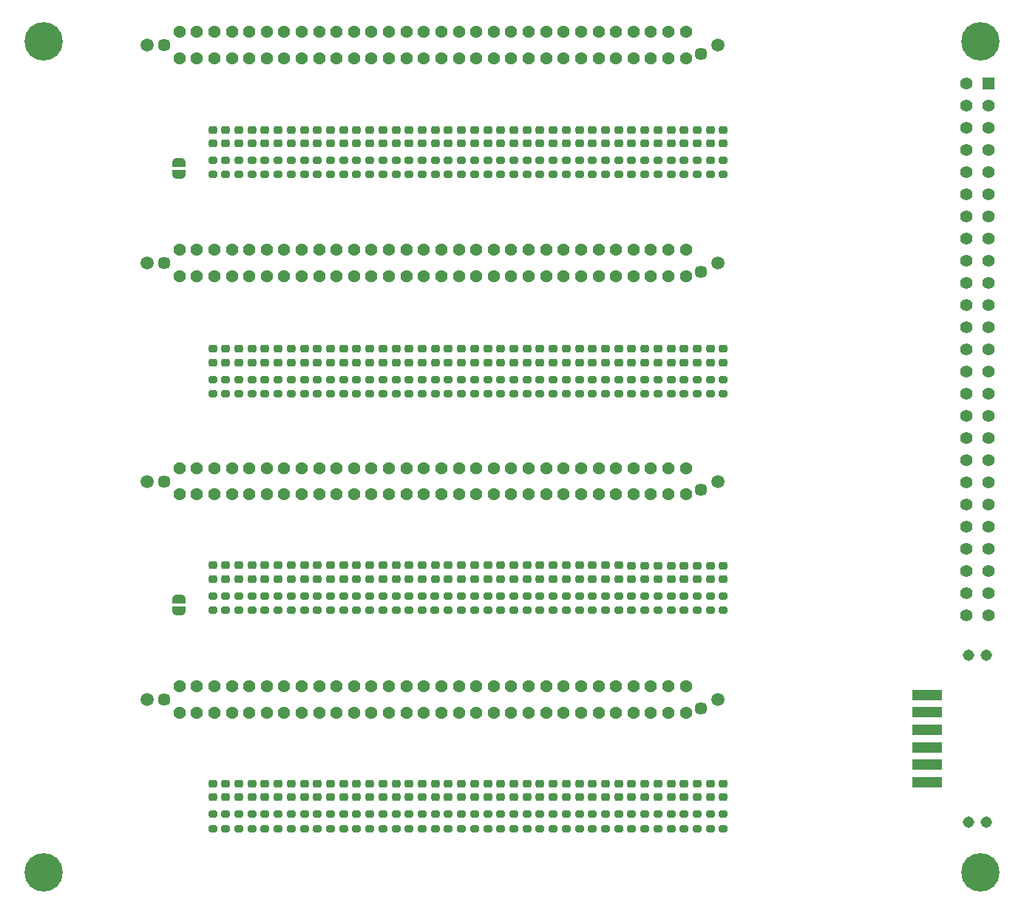
<source format=gbr>
%TF.GenerationSoftware,KiCad,Pcbnew,(6.0.5)*%
%TF.CreationDate,2022-06-09T13:10:52-04:00*%
%TF.ProjectId,32-STEPPER-DRIVER-BOARD,33322d53-5445-4505-9045-522d44524956,rev?*%
%TF.SameCoordinates,Original*%
%TF.FileFunction,Soldermask,Top*%
%TF.FilePolarity,Negative*%
%FSLAX46Y46*%
G04 Gerber Fmt 4.6, Leading zero omitted, Abs format (unit mm)*
G04 Created by KiCad (PCBNEW (6.0.5)) date 2022-06-09 13:10:52*
%MOMM*%
%LPD*%
G01*
G04 APERTURE LIST*
G04 Aperture macros list*
%AMRoundRect*
0 Rectangle with rounded corners*
0 $1 Rounding radius*
0 $2 $3 $4 $5 $6 $7 $8 $9 X,Y pos of 4 corners*
0 Add a 4 corners polygon primitive as box body*
4,1,4,$2,$3,$4,$5,$6,$7,$8,$9,$2,$3,0*
0 Add four circle primitives for the rounded corners*
1,1,$1+$1,$2,$3*
1,1,$1+$1,$4,$5*
1,1,$1+$1,$6,$7*
1,1,$1+$1,$8,$9*
0 Add four rect primitives between the rounded corners*
20,1,$1+$1,$2,$3,$4,$5,0*
20,1,$1+$1,$4,$5,$6,$7,0*
20,1,$1+$1,$6,$7,$8,$9,0*
20,1,$1+$1,$8,$9,$2,$3,0*%
%AMFreePoly0*
4,1,22,0.500000,-0.750000,0.000000,-0.750000,0.000000,-0.745033,-0.079941,-0.743568,-0.215256,-0.701293,-0.333266,-0.622738,-0.424486,-0.514219,-0.481581,-0.384460,-0.499164,-0.250000,-0.500000,-0.250000,-0.500000,0.250000,-0.499164,0.250000,-0.499963,0.256109,-0.478152,0.396186,-0.417904,0.524511,-0.324060,0.630769,-0.204165,0.706417,-0.067858,0.745374,0.000000,0.744959,0.000000,0.750000,
0.500000,0.750000,0.500000,-0.750000,0.500000,-0.750000,$1*%
%AMFreePoly1*
4,1,20,0.000000,0.744959,0.073905,0.744508,0.209726,0.703889,0.328688,0.626782,0.421226,0.519385,0.479903,0.390333,0.500000,0.250000,0.500000,-0.250000,0.499851,-0.262216,0.476331,-0.402017,0.414519,-0.529596,0.319384,-0.634700,0.198574,-0.708877,0.061801,-0.746166,0.000000,-0.745033,0.000000,-0.750000,-0.500000,-0.750000,-0.500000,0.750000,0.000000,0.750000,0.000000,0.744959,
0.000000,0.744959,$1*%
G04 Aperture macros list end*
%ADD10RoundRect,0.218750X0.256250X-0.218750X0.256250X0.218750X-0.256250X0.218750X-0.256250X-0.218750X0*%
%ADD11RoundRect,0.200000X-0.275000X0.200000X-0.275000X-0.200000X0.275000X-0.200000X0.275000X0.200000X0*%
%ADD12R,3.500000X1.250000*%
%ADD13C,1.308000*%
%ADD14FreePoly0,90.000000*%
%ADD15FreePoly1,90.000000*%
%ADD16C,1.450000*%
%ADD17C,1.430000*%
%ADD18C,1.508000*%
%ADD19C,4.400000*%
%ADD20R,1.390000X1.390000*%
%ADD21C,1.390000*%
G04 APERTURE END LIST*
D10*
%TO.C,D77*%
X74300000Y-55875000D03*
X74300000Y-54300000D03*
%TD*%
D11*
%TO.C,R146*%
X117800000Y-107652500D03*
X117800000Y-109302500D03*
%TD*%
%TO.C,R189*%
X107300000Y-107652500D03*
X107300000Y-109302500D03*
%TD*%
%TO.C,R18*%
X78800000Y-32712500D03*
X78800000Y-34362500D03*
%TD*%
%TO.C,R60*%
X93800000Y-57862500D03*
X93800000Y-59512500D03*
%TD*%
D10*
%TO.C,D153*%
X99800000Y-105715000D03*
X99800000Y-104140000D03*
%TD*%
D11*
%TO.C,R39*%
X98300000Y-32675000D03*
X98300000Y-34325000D03*
%TD*%
D10*
%TO.C,D31*%
X80300000Y-30787500D03*
X80300000Y-29212500D03*
%TD*%
D12*
%TO.C,J6*%
X145650000Y-104000000D03*
X145650000Y-102000000D03*
X145650000Y-100000000D03*
X145650000Y-98000000D03*
X145650000Y-96000000D03*
X145650000Y-94000000D03*
D13*
X150400000Y-108550000D03*
X152400000Y-108550000D03*
X150400000Y-89450000D03*
X152400000Y-89450000D03*
%TD*%
D11*
%TO.C,R93*%
X113300000Y-57862500D03*
X113300000Y-59512500D03*
%TD*%
D10*
%TO.C,D183*%
X92300000Y-105715000D03*
X92300000Y-104140000D03*
%TD*%
D14*
%TO.C,JP2*%
X59944000Y-84343000D03*
D15*
X59944000Y-83043000D03*
%TD*%
D11*
%TO.C,R76*%
X71300000Y-57862500D03*
X71300000Y-59512500D03*
%TD*%
%TO.C,R90*%
X107300000Y-57862500D03*
X107300000Y-59512500D03*
%TD*%
D10*
%TO.C,D150*%
X108800000Y-105715000D03*
X108800000Y-104140000D03*
%TD*%
D11*
%TO.C,R79*%
X80300000Y-57862500D03*
X80300000Y-59512500D03*
%TD*%
%TO.C,R7*%
X105800000Y-32675000D03*
X105800000Y-34325000D03*
%TD*%
D10*
%TO.C,D79*%
X80300000Y-55875000D03*
X80300000Y-54300000D03*
%TD*%
D11*
%TO.C,R55*%
X105800000Y-57862500D03*
X105800000Y-59512500D03*
%TD*%
%TO.C,R66*%
X78800000Y-57862500D03*
X78800000Y-59512500D03*
%TD*%
%TO.C,R181*%
X86300000Y-107652500D03*
X86300000Y-109302500D03*
%TD*%
D10*
%TO.C,D83*%
X89300000Y-55875000D03*
X89300000Y-54300000D03*
%TD*%
%TO.C,D30*%
X77300000Y-30787500D03*
X77300000Y-29212500D03*
%TD*%
%TO.C,D175*%
X71300000Y-105715000D03*
X71300000Y-104140000D03*
%TD*%
D16*
%TO.C,J2*%
X58250000Y-44510000D03*
X119750000Y-45510000D03*
D17*
X60000000Y-46020000D03*
X60000000Y-43000000D03*
X62000000Y-46020000D03*
X62000000Y-43000000D03*
X64000000Y-46020000D03*
X64000000Y-43000000D03*
X66000000Y-46020000D03*
X66000000Y-43000000D03*
X68000000Y-46020000D03*
X68000000Y-43000000D03*
X70000000Y-46020000D03*
X70000000Y-43000000D03*
X72000000Y-46020000D03*
X72000000Y-43000000D03*
X74000000Y-46020000D03*
X74000000Y-43000000D03*
X76000000Y-46020000D03*
X76000000Y-43000000D03*
X78000000Y-46020000D03*
X78000000Y-43000000D03*
X80000000Y-46020000D03*
X80000000Y-43000000D03*
X82000000Y-46020000D03*
X82000000Y-43000000D03*
X84000000Y-46020000D03*
X84000000Y-43000000D03*
X86000000Y-46020000D03*
X86000000Y-43000000D03*
X88000000Y-46020000D03*
X88000000Y-43000000D03*
X90000000Y-46020000D03*
X90000000Y-43000000D03*
X92000000Y-46020000D03*
X92000000Y-43000000D03*
X94000000Y-46020000D03*
X94000000Y-43000000D03*
X96000000Y-46020000D03*
X96000000Y-43000000D03*
X98000000Y-46020000D03*
X98000000Y-43000000D03*
X100000000Y-46020000D03*
X100000000Y-43000000D03*
X102000000Y-46020000D03*
X102000000Y-43000000D03*
X104000000Y-46020000D03*
X104000000Y-43000000D03*
X106000000Y-46020000D03*
X106000000Y-43000000D03*
X108000000Y-46020000D03*
X108000000Y-43000000D03*
X110000000Y-46020000D03*
X110000000Y-43000000D03*
X112000000Y-46020000D03*
X112000000Y-43000000D03*
X114000000Y-46020000D03*
X114000000Y-43000000D03*
X116000000Y-46020000D03*
X116000000Y-43000000D03*
X118000000Y-46020000D03*
X118000000Y-43000000D03*
D18*
X56300000Y-44510000D03*
X121700000Y-44510000D03*
%TD*%
D11*
%TO.C,R13*%
X90800000Y-32712500D03*
X90800000Y-34362500D03*
%TD*%
%TO.C,R28*%
X71300000Y-32712500D03*
X71300000Y-34362500D03*
%TD*%
D10*
%TO.C,D18*%
X78800000Y-30787500D03*
X78800000Y-29212500D03*
%TD*%
%TO.C,D189*%
X107300000Y-105715000D03*
X107300000Y-104140000D03*
%TD*%
D11*
%TO.C,R144*%
X122300000Y-82633500D03*
X122300000Y-84283500D03*
%TD*%
%TO.C,R129*%
X83300000Y-82633500D03*
X83300000Y-84283500D03*
%TD*%
%TO.C,R131*%
X89281000Y-82633500D03*
X89281000Y-84283500D03*
%TD*%
%TO.C,R183*%
X92300000Y-107652500D03*
X92300000Y-109302500D03*
%TD*%
D10*
%TO.C,D110*%
X87800000Y-80696000D03*
X87800000Y-79121000D03*
%TD*%
%TO.C,D182*%
X89300000Y-105715000D03*
X89300000Y-104140000D03*
%TD*%
D11*
%TO.C,R75*%
X68300000Y-57862500D03*
X68300000Y-59512500D03*
%TD*%
%TO.C,R145*%
X120800000Y-107652500D03*
X120800000Y-109302500D03*
%TD*%
D10*
%TO.C,D51*%
X114800000Y-55875000D03*
X114800000Y-54300000D03*
%TD*%
D11*
%TO.C,R70*%
X66800000Y-57862500D03*
X66800000Y-59512500D03*
%TD*%
D19*
%TO.C,J10*%
X151765000Y-114300000D03*
%TD*%
D10*
%TO.C,D56*%
X102800000Y-55875000D03*
X102800000Y-54300000D03*
%TD*%
%TO.C,D43*%
X110300000Y-30787500D03*
X110300000Y-29212500D03*
%TD*%
%TO.C,D21*%
X69800000Y-30787500D03*
X69800000Y-29212500D03*
%TD*%
%TO.C,D145*%
X120800000Y-105715000D03*
X120800000Y-104140000D03*
%TD*%
D11*
%TO.C,R158*%
X87800000Y-107652500D03*
X87800000Y-109302500D03*
%TD*%
D10*
%TO.C,D171*%
X119300000Y-105715000D03*
X119300000Y-104140000D03*
%TD*%
%TO.C,D109*%
X90800000Y-80696000D03*
X90800000Y-79121000D03*
%TD*%
%TO.C,D147*%
X114800000Y-105715000D03*
X114800000Y-104140000D03*
%TD*%
D11*
%TO.C,R141*%
X113300000Y-82633500D03*
X113300000Y-84283500D03*
%TD*%
D10*
%TO.C,D8*%
X102800000Y-30787500D03*
X102800000Y-29212500D03*
%TD*%
%TO.C,D106*%
X96800000Y-80696000D03*
X96800000Y-79121000D03*
%TD*%
%TO.C,D33*%
X83300000Y-30787500D03*
X83300000Y-29212500D03*
%TD*%
D11*
%TO.C,R40*%
X101300000Y-32675000D03*
X101300000Y-34325000D03*
%TD*%
%TO.C,R31*%
X80300000Y-32712500D03*
X80300000Y-34362500D03*
%TD*%
%TO.C,R63*%
X84800000Y-57862500D03*
X84800000Y-59512500D03*
%TD*%
D10*
%TO.C,D34*%
X86300000Y-30787500D03*
X86300000Y-29212500D03*
%TD*%
D11*
%TO.C,R116*%
X72800000Y-82633500D03*
X72800000Y-84283500D03*
%TD*%
D10*
%TO.C,D105*%
X99800000Y-80696000D03*
X99800000Y-79121000D03*
%TD*%
D11*
%TO.C,R143*%
X119300000Y-82633500D03*
X119300000Y-84283500D03*
%TD*%
%TO.C,R124*%
X71300000Y-82633500D03*
X71300000Y-84283500D03*
%TD*%
%TO.C,R57*%
X99800000Y-57862500D03*
X99800000Y-59512500D03*
%TD*%
D10*
%TO.C,D146*%
X117800000Y-105715000D03*
X117800000Y-104140000D03*
%TD*%
%TO.C,D25*%
X65300000Y-30787500D03*
X65300000Y-29212500D03*
%TD*%
%TO.C,D169*%
X65300000Y-105715000D03*
X65300000Y-104140000D03*
%TD*%
%TO.C,D58*%
X96800000Y-55875000D03*
X96800000Y-54300000D03*
%TD*%
D11*
%TO.C,R138*%
X107300000Y-82633500D03*
X107300000Y-84283500D03*
%TD*%
%TO.C,R47*%
X119300000Y-32675000D03*
X119300000Y-34325000D03*
%TD*%
%TO.C,R174*%
X68300000Y-107652500D03*
X68300000Y-109302500D03*
%TD*%
%TO.C,R2*%
X117800000Y-32675000D03*
X117800000Y-34325000D03*
%TD*%
D10*
%TO.C,D117*%
X69800000Y-80696000D03*
X69800000Y-79121000D03*
%TD*%
%TO.C,D139*%
X110300000Y-80696000D03*
X110300000Y-79121000D03*
%TD*%
D11*
%TO.C,R154*%
X96774000Y-107652500D03*
X96774000Y-109302500D03*
%TD*%
%TO.C,R36*%
X92300000Y-32712500D03*
X92300000Y-34362500D03*
%TD*%
D10*
%TO.C,D2*%
X117800000Y-30787500D03*
X117800000Y-29212500D03*
%TD*%
D11*
%TO.C,R9*%
X99800000Y-32675000D03*
X99800000Y-34325000D03*
%TD*%
D10*
%TO.C,D131*%
X89300000Y-80696000D03*
X89300000Y-79121000D03*
%TD*%
D11*
%TO.C,R132*%
X92300000Y-82633500D03*
X92300000Y-84283500D03*
%TD*%
D10*
%TO.C,D15*%
X84800000Y-30787500D03*
X84800000Y-29212500D03*
%TD*%
%TO.C,D28*%
X71300000Y-30787500D03*
X71300000Y-29212500D03*
%TD*%
%TO.C,D81*%
X83300000Y-55875000D03*
X83300000Y-54300000D03*
%TD*%
%TO.C,D14*%
X87800000Y-30787500D03*
X87800000Y-29212500D03*
%TD*%
D11*
%TO.C,R50*%
X117800000Y-57862500D03*
X117800000Y-59512500D03*
%TD*%
%TO.C,R4*%
X111800000Y-32675000D03*
X111800000Y-34325000D03*
%TD*%
D10*
%TO.C,D57*%
X99800000Y-55875000D03*
X99800000Y-54300000D03*
%TD*%
D11*
%TO.C,R83*%
X89300000Y-57862500D03*
X89300000Y-59512500D03*
%TD*%
%TO.C,R135*%
X98300000Y-82633500D03*
X98300000Y-84283500D03*
%TD*%
D10*
%TO.C,D157*%
X90800000Y-105715000D03*
X90800000Y-104140000D03*
%TD*%
D11*
%TO.C,R109*%
X90800000Y-82633500D03*
X90800000Y-84283500D03*
%TD*%
%TO.C,R111*%
X84800000Y-82633500D03*
X84800000Y-84283500D03*
%TD*%
%TO.C,R45*%
X113300000Y-32675000D03*
X113300000Y-34325000D03*
%TD*%
%TO.C,R142*%
X116300000Y-82633500D03*
X116300000Y-84283500D03*
%TD*%
D10*
%TO.C,D3*%
X114800000Y-30787500D03*
X114800000Y-29212500D03*
%TD*%
%TO.C,D96*%
X122300000Y-55875000D03*
X122300000Y-54300000D03*
%TD*%
D16*
%TO.C,J1*%
X58250000Y-19510000D03*
X119750000Y-20510000D03*
D17*
X60000000Y-21020000D03*
X60000000Y-18000000D03*
X62000000Y-21020000D03*
X62000000Y-18000000D03*
X64000000Y-21020000D03*
X64000000Y-18000000D03*
X66000000Y-21020000D03*
X66000000Y-18000000D03*
X68000000Y-21020000D03*
X68000000Y-18000000D03*
X70000000Y-21020000D03*
X70000000Y-18000000D03*
X72000000Y-21020000D03*
X72000000Y-18000000D03*
X74000000Y-21020000D03*
X74000000Y-18000000D03*
X76000000Y-21020000D03*
X76000000Y-18000000D03*
X78000000Y-21020000D03*
X78000000Y-18000000D03*
X80000000Y-21020000D03*
X80000000Y-18000000D03*
X82000000Y-21020000D03*
X82000000Y-18000000D03*
X84000000Y-21020000D03*
X84000000Y-18000000D03*
X86000000Y-21020000D03*
X86000000Y-18000000D03*
X88000000Y-21020000D03*
X88000000Y-18000000D03*
X90000000Y-21020000D03*
X90000000Y-18000000D03*
X92000000Y-21020000D03*
X92000000Y-18000000D03*
X94000000Y-21020000D03*
X94000000Y-18000000D03*
X96000000Y-21020000D03*
X96000000Y-18000000D03*
X98000000Y-21020000D03*
X98000000Y-18000000D03*
X100000000Y-21020000D03*
X100000000Y-18000000D03*
X102000000Y-21020000D03*
X102000000Y-18000000D03*
X104000000Y-21020000D03*
X104000000Y-18000000D03*
X106000000Y-21020000D03*
X106000000Y-18000000D03*
X108000000Y-21020000D03*
X108000000Y-18000000D03*
X110000000Y-21020000D03*
X110000000Y-18000000D03*
X112000000Y-21020000D03*
X112000000Y-18000000D03*
X114000000Y-21020000D03*
X114000000Y-18000000D03*
X116000000Y-21020000D03*
X116000000Y-18000000D03*
X118000000Y-21020000D03*
X118000000Y-18000000D03*
D18*
X56300000Y-19510000D03*
X121700000Y-19510000D03*
%TD*%
D11*
%TO.C,R34*%
X86300000Y-32712500D03*
X86300000Y-34362500D03*
%TD*%
D10*
%TO.C,D88*%
X101300000Y-55875000D03*
X101300000Y-54300000D03*
%TD*%
D11*
%TO.C,R171*%
X119300000Y-107652500D03*
X119300000Y-109302500D03*
%TD*%
%TO.C,R157*%
X90800000Y-107652500D03*
X90800000Y-109302500D03*
%TD*%
D10*
%TO.C,D19*%
X75800000Y-30787500D03*
X75800000Y-29212500D03*
%TD*%
D11*
%TO.C,R24*%
X63800000Y-32712500D03*
X63800000Y-34362500D03*
%TD*%
D10*
%TO.C,D158*%
X87800000Y-105715000D03*
X87800000Y-104140000D03*
%TD*%
D11*
%TO.C,R21*%
X69800000Y-32712500D03*
X69800000Y-34362500D03*
%TD*%
%TO.C,R49*%
X120800000Y-57862500D03*
X120800000Y-59512500D03*
%TD*%
%TO.C,R46*%
X116300000Y-32675000D03*
X116300000Y-34325000D03*
%TD*%
%TO.C,R82*%
X86300000Y-57862500D03*
X86300000Y-59512500D03*
%TD*%
%TO.C,R91*%
X110300000Y-57862500D03*
X110300000Y-59512500D03*
%TD*%
D10*
%TO.C,D156*%
X93800000Y-105715000D03*
X93800000Y-104140000D03*
%TD*%
%TO.C,D111*%
X84800000Y-80696000D03*
X84800000Y-79121000D03*
%TD*%
%TO.C,D143*%
X119300000Y-80746000D03*
X119300000Y-79171000D03*
%TD*%
%TO.C,D172*%
X122300000Y-105715000D03*
X122300000Y-104140000D03*
%TD*%
%TO.C,D159*%
X84800000Y-105715000D03*
X84800000Y-104140000D03*
%TD*%
%TO.C,D39*%
X98300000Y-30787500D03*
X98300000Y-29212500D03*
%TD*%
%TO.C,D181*%
X86300000Y-105715000D03*
X86300000Y-104140000D03*
%TD*%
%TO.C,D141*%
X113300000Y-80746000D03*
X113300000Y-79171000D03*
%TD*%
%TO.C,D67*%
X75800000Y-55875000D03*
X75800000Y-54300000D03*
%TD*%
%TO.C,D166*%
X66800000Y-105715000D03*
X66800000Y-104140000D03*
%TD*%
D11*
%TO.C,R22*%
X66800000Y-32712500D03*
X66800000Y-34362500D03*
%TD*%
D10*
%TO.C,D164*%
X72800000Y-105715000D03*
X72800000Y-104140000D03*
%TD*%
%TO.C,D178*%
X80300000Y-105715000D03*
X80300000Y-104140000D03*
%TD*%
%TO.C,D35*%
X89300000Y-30787500D03*
X89300000Y-29212500D03*
%TD*%
%TO.C,D60*%
X93800000Y-55875000D03*
X93800000Y-54300000D03*
%TD*%
D11*
%TO.C,R190*%
X110300000Y-107652500D03*
X110300000Y-109302500D03*
%TD*%
D10*
%TO.C,D84*%
X92300000Y-55875000D03*
X92300000Y-54300000D03*
%TD*%
D11*
%TO.C,R120*%
X63800000Y-82633500D03*
X63800000Y-84283500D03*
%TD*%
%TO.C,R3*%
X114800000Y-32675000D03*
X114800000Y-34325000D03*
%TD*%
D10*
%TO.C,D85*%
X95300000Y-55875000D03*
X95300000Y-54300000D03*
%TD*%
%TO.C,D61*%
X90800000Y-55875000D03*
X90800000Y-54300000D03*
%TD*%
D11*
%TO.C,R156*%
X93800000Y-107652500D03*
X93800000Y-109302500D03*
%TD*%
D10*
%TO.C,D192*%
X113300000Y-105715000D03*
X113300000Y-104140000D03*
%TD*%
%TO.C,D47*%
X119300000Y-30787500D03*
X119300000Y-29212500D03*
%TD*%
%TO.C,D118*%
X66800000Y-80696000D03*
X66800000Y-79121000D03*
%TD*%
%TO.C,D82*%
X86300000Y-55875000D03*
X86300000Y-54300000D03*
%TD*%
D11*
%TO.C,R27*%
X68300000Y-32712500D03*
X68300000Y-34362500D03*
%TD*%
%TO.C,R164*%
X72800000Y-107652500D03*
X72800000Y-109302500D03*
%TD*%
D10*
%TO.C,D123*%
X68300000Y-80696000D03*
X68300000Y-79121000D03*
%TD*%
D19*
%TO.C,J8*%
X151765000Y-19050000D03*
%TD*%
D11*
%TO.C,R139*%
X110300000Y-82633500D03*
X110300000Y-84283500D03*
%TD*%
D16*
%TO.C,J3*%
X119750000Y-70510000D03*
X58250000Y-69510000D03*
D17*
X60000000Y-71020000D03*
X60000000Y-68000000D03*
X62000000Y-71020000D03*
X62000000Y-68000000D03*
X64000000Y-71020000D03*
X64000000Y-68000000D03*
X66000000Y-71020000D03*
X66000000Y-68000000D03*
X68000000Y-71020000D03*
X68000000Y-68000000D03*
X70000000Y-71020000D03*
X70000000Y-68000000D03*
X72000000Y-71020000D03*
X72000000Y-68000000D03*
X74000000Y-71020000D03*
X74000000Y-68000000D03*
X76000000Y-71020000D03*
X76000000Y-68000000D03*
X78000000Y-71020000D03*
X78000000Y-68000000D03*
X80000000Y-71020000D03*
X80000000Y-68000000D03*
X82000000Y-71020000D03*
X82000000Y-68000000D03*
X84000000Y-71020000D03*
X84000000Y-68000000D03*
X86000000Y-71020000D03*
X86000000Y-68000000D03*
X88000000Y-71020000D03*
X88000000Y-68000000D03*
X90000000Y-71020000D03*
X90000000Y-68000000D03*
X92000000Y-71020000D03*
X92000000Y-68000000D03*
X94000000Y-71020000D03*
X94000000Y-68000000D03*
X96000000Y-71020000D03*
X96000000Y-68000000D03*
X98000000Y-71020000D03*
X98000000Y-68000000D03*
X100000000Y-71020000D03*
X100000000Y-68000000D03*
X102000000Y-71020000D03*
X102000000Y-68000000D03*
X104000000Y-71020000D03*
X104000000Y-68000000D03*
X106000000Y-71020000D03*
X106000000Y-68000000D03*
X108000000Y-71020000D03*
X108000000Y-68000000D03*
X110000000Y-71020000D03*
X110000000Y-68000000D03*
X112000000Y-71020000D03*
X112000000Y-68000000D03*
X114000000Y-71020000D03*
X114000000Y-68000000D03*
X116000000Y-71020000D03*
X116000000Y-68000000D03*
X118000000Y-71020000D03*
X118000000Y-68000000D03*
D18*
X56300000Y-69510000D03*
X121700000Y-69510000D03*
%TD*%
D19*
%TO.C,J7*%
X44450000Y-19050000D03*
%TD*%
D11*
%TO.C,R58*%
X96800000Y-57862500D03*
X96800000Y-59512500D03*
%TD*%
%TO.C,R106*%
X96800000Y-82633500D03*
X96800000Y-84283500D03*
%TD*%
%TO.C,R121*%
X65300000Y-82633500D03*
X65300000Y-84283500D03*
%TD*%
%TO.C,R54*%
X108800000Y-57862500D03*
X108800000Y-59512500D03*
%TD*%
D16*
%TO.C,J4*%
X58250000Y-94510000D03*
X119750000Y-95510000D03*
D17*
X60000000Y-96020000D03*
X60000000Y-93000000D03*
X62000000Y-96020000D03*
X62000000Y-93000000D03*
X64000000Y-96020000D03*
X64000000Y-93000000D03*
X66000000Y-96020000D03*
X66000000Y-93000000D03*
X68000000Y-96020000D03*
X68000000Y-93000000D03*
X70000000Y-96020000D03*
X70000000Y-93000000D03*
X72000000Y-96020000D03*
X72000000Y-93000000D03*
X74000000Y-96020000D03*
X74000000Y-93000000D03*
X76000000Y-96020000D03*
X76000000Y-93000000D03*
X78000000Y-96020000D03*
X78000000Y-93000000D03*
X80000000Y-96020000D03*
X80000000Y-93000000D03*
X82000000Y-96020000D03*
X82000000Y-93000000D03*
X84000000Y-96020000D03*
X84000000Y-93000000D03*
X86000000Y-96020000D03*
X86000000Y-93000000D03*
X88000000Y-96020000D03*
X88000000Y-93000000D03*
X90000000Y-96020000D03*
X90000000Y-93000000D03*
X92000000Y-96020000D03*
X92000000Y-93000000D03*
X94000000Y-96020000D03*
X94000000Y-93000000D03*
X96000000Y-96020000D03*
X96000000Y-93000000D03*
X98000000Y-96020000D03*
X98000000Y-93000000D03*
X100000000Y-96020000D03*
X100000000Y-93000000D03*
X102000000Y-96020000D03*
X102000000Y-93000000D03*
X104000000Y-96020000D03*
X104000000Y-93000000D03*
X106000000Y-96020000D03*
X106000000Y-93000000D03*
X108000000Y-96020000D03*
X108000000Y-93000000D03*
X110000000Y-96020000D03*
X110000000Y-93000000D03*
X112000000Y-96020000D03*
X112000000Y-93000000D03*
X114000000Y-96020000D03*
X114000000Y-93000000D03*
X116000000Y-96020000D03*
X116000000Y-93000000D03*
X118000000Y-96020000D03*
X118000000Y-93000000D03*
D18*
X56300000Y-94510000D03*
X121700000Y-94510000D03*
%TD*%
D11*
%TO.C,R20*%
X72800000Y-32712500D03*
X72800000Y-34362500D03*
%TD*%
%TO.C,R166*%
X66800000Y-107652500D03*
X66800000Y-109302500D03*
%TD*%
%TO.C,R108*%
X93800000Y-82633500D03*
X93800000Y-84283500D03*
%TD*%
D10*
%TO.C,D54*%
X108800000Y-55875000D03*
X108800000Y-54300000D03*
%TD*%
D11*
%TO.C,R64*%
X81800000Y-57862500D03*
X81800000Y-59512500D03*
%TD*%
%TO.C,R29*%
X74300000Y-32712500D03*
X74300000Y-34362500D03*
%TD*%
D10*
%TO.C,D46*%
X116300000Y-30787500D03*
X116300000Y-29212500D03*
%TD*%
D11*
%TO.C,R37*%
X95300000Y-32675000D03*
X95300000Y-34325000D03*
%TD*%
D10*
%TO.C,D115*%
X75800000Y-80696000D03*
X75800000Y-79121000D03*
%TD*%
D11*
%TO.C,R69*%
X69800000Y-57862500D03*
X69800000Y-59512500D03*
%TD*%
%TO.C,R15*%
X84800000Y-32712500D03*
X84800000Y-34362500D03*
%TD*%
D10*
%TO.C,D136*%
X101300000Y-80696000D03*
X101300000Y-79121000D03*
%TD*%
%TO.C,D124*%
X71300000Y-80696000D03*
X71300000Y-79121000D03*
%TD*%
%TO.C,D10*%
X96800000Y-30787500D03*
X96800000Y-29212500D03*
%TD*%
%TO.C,D1*%
X120800000Y-30787500D03*
X120800000Y-29212500D03*
%TD*%
%TO.C,D9*%
X99800000Y-30787500D03*
X99800000Y-29212500D03*
%TD*%
D11*
%TO.C,R30*%
X77300000Y-32712500D03*
X77300000Y-34362500D03*
%TD*%
D10*
%TO.C,D162*%
X78800000Y-105715000D03*
X78800000Y-104140000D03*
%TD*%
%TO.C,D142*%
X116300000Y-80746000D03*
X116300000Y-79171000D03*
%TD*%
%TO.C,D138*%
X107300000Y-80696000D03*
X107300000Y-79121000D03*
%TD*%
%TO.C,D89*%
X104300000Y-55875000D03*
X104300000Y-54300000D03*
%TD*%
%TO.C,D125*%
X74300000Y-80696000D03*
X74300000Y-79121000D03*
%TD*%
%TO.C,D52*%
X111800000Y-55875000D03*
X111800000Y-54300000D03*
%TD*%
D11*
%TO.C,R94*%
X116300000Y-57862500D03*
X116300000Y-59512500D03*
%TD*%
D10*
%TO.C,D64*%
X81800000Y-55875000D03*
X81800000Y-54300000D03*
%TD*%
%TO.C,D41*%
X104300000Y-30787500D03*
X104300000Y-29212500D03*
%TD*%
D11*
%TO.C,R112*%
X81800000Y-82633500D03*
X81800000Y-84283500D03*
%TD*%
%TO.C,R6*%
X108800000Y-32675000D03*
X108800000Y-34325000D03*
%TD*%
%TO.C,R97*%
X120800000Y-82633500D03*
X120800000Y-84283500D03*
%TD*%
%TO.C,R51*%
X114800000Y-57862500D03*
X114800000Y-59512500D03*
%TD*%
D10*
%TO.C,D144*%
X122300000Y-80746000D03*
X122300000Y-79171000D03*
%TD*%
D11*
%TO.C,R133*%
X95300000Y-82633500D03*
X95300000Y-84283500D03*
%TD*%
%TO.C,R186*%
X98298000Y-107652500D03*
X98298000Y-109302500D03*
%TD*%
%TO.C,R172*%
X122300000Y-107652500D03*
X122300000Y-109302500D03*
%TD*%
D10*
%TO.C,D151*%
X105800000Y-105715000D03*
X105800000Y-104140000D03*
%TD*%
D11*
%TO.C,R137*%
X104300000Y-82633500D03*
X104300000Y-84283500D03*
%TD*%
D10*
%TO.C,D66*%
X78800000Y-55875000D03*
X78800000Y-54300000D03*
%TD*%
D11*
%TO.C,R14*%
X87800000Y-32712500D03*
X87800000Y-34362500D03*
%TD*%
%TO.C,R117*%
X69800000Y-82633500D03*
X69800000Y-84283500D03*
%TD*%
%TO.C,R96*%
X122300000Y-57862500D03*
X122300000Y-59512500D03*
%TD*%
D10*
%TO.C,D132*%
X92300000Y-80696000D03*
X92300000Y-79121000D03*
%TD*%
D11*
%TO.C,R73*%
X65300000Y-57862500D03*
X65300000Y-59512500D03*
%TD*%
D10*
%TO.C,D29*%
X74300000Y-30787500D03*
X74300000Y-29212500D03*
%TD*%
D20*
%TO.C,J5*%
X152670000Y-23907500D03*
D21*
X150130000Y-23907500D03*
X152670000Y-26447500D03*
X150130000Y-26447500D03*
X152670000Y-28987500D03*
X150130000Y-28987500D03*
X152670000Y-31527500D03*
X150130000Y-31527500D03*
X152670000Y-34067500D03*
X150130000Y-34067500D03*
X152670000Y-36607500D03*
X150130000Y-36607500D03*
X152670000Y-39147500D03*
X150130000Y-39147500D03*
X152670000Y-41687500D03*
X150130000Y-41687500D03*
X152670000Y-44227500D03*
X150130000Y-44227500D03*
X152670000Y-46767500D03*
X150130000Y-46767500D03*
X152670000Y-49307500D03*
X150130000Y-49307500D03*
X152670000Y-51847500D03*
X150130000Y-51847500D03*
X152670000Y-54387500D03*
X150130000Y-54387500D03*
X152670000Y-56927500D03*
X150130000Y-56927500D03*
X152670000Y-59467500D03*
X150130000Y-59467500D03*
X152670000Y-62007500D03*
X150130000Y-62007500D03*
X152670000Y-64547500D03*
X150130000Y-64547500D03*
X152670000Y-67087500D03*
X150130000Y-67087500D03*
X152670000Y-69627500D03*
X150130000Y-69627500D03*
X152670000Y-72167500D03*
X150130000Y-72167500D03*
X152670000Y-74707500D03*
X150130000Y-74707500D03*
X152670000Y-77247500D03*
X150130000Y-77247500D03*
X152670000Y-79787500D03*
X150130000Y-79787500D03*
X152670000Y-82327500D03*
X150130000Y-82327500D03*
X152670000Y-84867500D03*
X150130000Y-84867500D03*
%TD*%
D11*
%TO.C,R10*%
X96800000Y-32675000D03*
X96800000Y-34325000D03*
%TD*%
%TO.C,R35*%
X89300000Y-32712500D03*
X89300000Y-34362500D03*
%TD*%
D10*
%TO.C,D177*%
X77300000Y-105715000D03*
X77300000Y-104140000D03*
%TD*%
%TO.C,D6*%
X108800000Y-30787500D03*
X108800000Y-29212500D03*
%TD*%
%TO.C,D75*%
X68300000Y-55875000D03*
X68300000Y-54300000D03*
%TD*%
D11*
%TO.C,R177*%
X77300000Y-107652500D03*
X77300000Y-109302500D03*
%TD*%
D19*
%TO.C,J9*%
X44450000Y-114300000D03*
%TD*%
D10*
%TO.C,D16*%
X81800000Y-30787500D03*
X81800000Y-29212500D03*
%TD*%
D11*
%TO.C,R148*%
X111800000Y-107652500D03*
X111800000Y-109302500D03*
%TD*%
%TO.C,R153*%
X99800000Y-107652500D03*
X99800000Y-109302500D03*
%TD*%
D10*
%TO.C,D63*%
X84800000Y-55875000D03*
X84800000Y-54300000D03*
%TD*%
%TO.C,D165*%
X69800000Y-105715000D03*
X69800000Y-104140000D03*
%TD*%
%TO.C,D76*%
X71300000Y-55875000D03*
X71300000Y-54300000D03*
%TD*%
D11*
%TO.C,R99*%
X114800000Y-82633500D03*
X114800000Y-84283500D03*
%TD*%
%TO.C,R102*%
X108800000Y-82633500D03*
X108800000Y-84283500D03*
%TD*%
D10*
%TO.C,D72*%
X63800000Y-55875000D03*
X63800000Y-54300000D03*
%TD*%
%TO.C,D100*%
X111800000Y-80746000D03*
X111800000Y-79171000D03*
%TD*%
D11*
%TO.C,R67*%
X75800000Y-57862500D03*
X75800000Y-59512500D03*
%TD*%
%TO.C,R147*%
X114800000Y-107652500D03*
X114800000Y-109302500D03*
%TD*%
%TO.C,R176*%
X74300000Y-107652500D03*
X74300000Y-109302500D03*
%TD*%
D10*
%TO.C,D7*%
X105800000Y-30787500D03*
X105800000Y-29212500D03*
%TD*%
D11*
%TO.C,R184*%
X95300000Y-107652500D03*
X95300000Y-109302500D03*
%TD*%
D10*
%TO.C,D129*%
X83300000Y-80696000D03*
X83300000Y-79121000D03*
%TD*%
%TO.C,D45*%
X113300000Y-30787500D03*
X113300000Y-29212500D03*
%TD*%
%TO.C,D187*%
X101300000Y-105715000D03*
X101300000Y-104140000D03*
%TD*%
%TO.C,D95*%
X119300000Y-55875000D03*
X119300000Y-54300000D03*
%TD*%
%TO.C,D36*%
X92300000Y-30787500D03*
X92300000Y-29212500D03*
%TD*%
%TO.C,D98*%
X117800000Y-80746000D03*
X117800000Y-79171000D03*
%TD*%
%TO.C,D102*%
X108800000Y-80696000D03*
X108800000Y-79121000D03*
%TD*%
D11*
%TO.C,R163*%
X75800000Y-107652500D03*
X75800000Y-109302500D03*
%TD*%
%TO.C,R118*%
X66800000Y-82633500D03*
X66800000Y-84283500D03*
%TD*%
%TO.C,R61*%
X90800000Y-57862500D03*
X90800000Y-59512500D03*
%TD*%
D10*
%TO.C,D114*%
X78800000Y-80696000D03*
X78800000Y-79121000D03*
%TD*%
D11*
%TO.C,R87*%
X98300000Y-57862500D03*
X98300000Y-59512500D03*
%TD*%
D10*
%TO.C,D112*%
X81800000Y-80696000D03*
X81800000Y-79121000D03*
%TD*%
D11*
%TO.C,R162*%
X78800000Y-107652500D03*
X78800000Y-109302500D03*
%TD*%
D10*
%TO.C,D62*%
X87800000Y-55875000D03*
X87800000Y-54300000D03*
%TD*%
D11*
%TO.C,R1*%
X120800000Y-32675000D03*
X120800000Y-34325000D03*
%TD*%
D10*
%TO.C,D22*%
X66800000Y-30787500D03*
X66800000Y-29212500D03*
%TD*%
%TO.C,D130*%
X86300000Y-80696000D03*
X86300000Y-79121000D03*
%TD*%
%TO.C,D20*%
X72800000Y-30787500D03*
X72800000Y-29212500D03*
%TD*%
%TO.C,D87*%
X98300000Y-55875000D03*
X98300000Y-54300000D03*
%TD*%
D11*
%TO.C,R62*%
X87800000Y-57862500D03*
X87800000Y-59512500D03*
%TD*%
D10*
%TO.C,D108*%
X93800000Y-80696000D03*
X93800000Y-79121000D03*
%TD*%
%TO.C,D68*%
X72800000Y-55875000D03*
X72800000Y-54300000D03*
%TD*%
%TO.C,D137*%
X104300000Y-80696000D03*
X104300000Y-79121000D03*
%TD*%
%TO.C,D186*%
X98300000Y-105715000D03*
X98300000Y-104140000D03*
%TD*%
D11*
%TO.C,R84*%
X92300000Y-57862500D03*
X92300000Y-59512500D03*
%TD*%
D10*
%TO.C,D4*%
X111800000Y-30787500D03*
X111800000Y-29212500D03*
%TD*%
D11*
%TO.C,R81*%
X83300000Y-57862500D03*
X83300000Y-59512500D03*
%TD*%
%TO.C,R19*%
X75800000Y-32712500D03*
X75800000Y-34362500D03*
%TD*%
%TO.C,R12*%
X93800000Y-32675000D03*
X93800000Y-34325000D03*
%TD*%
%TO.C,R88*%
X101300000Y-57862500D03*
X101300000Y-59512500D03*
%TD*%
%TO.C,R72*%
X63800000Y-57862500D03*
X63800000Y-59512500D03*
%TD*%
%TO.C,R168*%
X63800000Y-107652500D03*
X63800000Y-109302500D03*
%TD*%
D10*
%TO.C,D73*%
X65300000Y-55875000D03*
X65300000Y-54300000D03*
%TD*%
%TO.C,D97*%
X120800000Y-80746000D03*
X120800000Y-79171000D03*
%TD*%
D11*
%TO.C,R182*%
X89300000Y-107652500D03*
X89300000Y-109302500D03*
%TD*%
D10*
%TO.C,D176*%
X74300000Y-105715000D03*
X74300000Y-104140000D03*
%TD*%
D11*
%TO.C,R42*%
X107300000Y-32675000D03*
X107300000Y-34325000D03*
%TD*%
D10*
%TO.C,D168*%
X63800000Y-105715000D03*
X63800000Y-104140000D03*
%TD*%
%TO.C,D152*%
X102800000Y-105715000D03*
X102800000Y-104140000D03*
%TD*%
%TO.C,D12*%
X93800000Y-30787500D03*
X93800000Y-29212500D03*
%TD*%
D11*
%TO.C,R48*%
X122300000Y-32712500D03*
X122300000Y-34362500D03*
%TD*%
%TO.C,R98*%
X117800000Y-82633500D03*
X117800000Y-84283500D03*
%TD*%
%TO.C,R187*%
X101300000Y-107652500D03*
X101300000Y-109302500D03*
%TD*%
%TO.C,R130*%
X86300000Y-82633500D03*
X86300000Y-84283500D03*
%TD*%
D10*
%TO.C,D126*%
X77300000Y-80696000D03*
X77300000Y-79121000D03*
%TD*%
D11*
%TO.C,R126*%
X77300000Y-82633500D03*
X77300000Y-84283500D03*
%TD*%
%TO.C,R160*%
X81800000Y-107652500D03*
X81800000Y-109302500D03*
%TD*%
%TO.C,R125*%
X74300000Y-82633500D03*
X74300000Y-84283500D03*
%TD*%
%TO.C,R77*%
X74300000Y-57862500D03*
X74300000Y-59512500D03*
%TD*%
%TO.C,R33*%
X83300000Y-32712500D03*
X83300000Y-34362500D03*
%TD*%
%TO.C,R8*%
X102800000Y-32675000D03*
X102800000Y-34325000D03*
%TD*%
D10*
%TO.C,D70*%
X66800000Y-55875000D03*
X66800000Y-54300000D03*
%TD*%
D11*
%TO.C,R103*%
X105800000Y-82633500D03*
X105800000Y-84283500D03*
%TD*%
%TO.C,R16*%
X81800000Y-32712500D03*
X81800000Y-34362500D03*
%TD*%
D10*
%TO.C,D42*%
X107300000Y-30787500D03*
X107300000Y-29212500D03*
%TD*%
%TO.C,D120*%
X63800000Y-80696000D03*
X63800000Y-79121000D03*
%TD*%
D11*
%TO.C,R188*%
X104300000Y-107652500D03*
X104300000Y-109302500D03*
%TD*%
%TO.C,R105*%
X99800000Y-82633500D03*
X99800000Y-84283500D03*
%TD*%
%TO.C,R127*%
X80300000Y-82633500D03*
X80300000Y-84283500D03*
%TD*%
D10*
%TO.C,D13*%
X90800000Y-30787500D03*
X90800000Y-29212500D03*
%TD*%
D11*
%TO.C,R150*%
X108800000Y-107652500D03*
X108800000Y-109302500D03*
%TD*%
%TO.C,R114*%
X78800000Y-82633500D03*
X78800000Y-84283500D03*
%TD*%
%TO.C,R152*%
X102800000Y-107652500D03*
X102800000Y-109302500D03*
%TD*%
D14*
%TO.C,JP1*%
X59944000Y-34305000D03*
D15*
X59944000Y-33005000D03*
%TD*%
D10*
%TO.C,D49*%
X120800000Y-55875000D03*
X120800000Y-54300000D03*
%TD*%
D11*
%TO.C,R169*%
X65300000Y-107652500D03*
X65300000Y-109302500D03*
%TD*%
D10*
%TO.C,D99*%
X114800000Y-80746000D03*
X114800000Y-79171000D03*
%TD*%
%TO.C,D69*%
X69800000Y-55875000D03*
X69800000Y-54300000D03*
%TD*%
D11*
%TO.C,R100*%
X111800000Y-82633500D03*
X111800000Y-84283500D03*
%TD*%
D10*
%TO.C,D133*%
X95300000Y-80696000D03*
X95300000Y-79121000D03*
%TD*%
%TO.C,D148*%
X111800000Y-105715000D03*
X111800000Y-104140000D03*
%TD*%
%TO.C,D135*%
X98300000Y-80696000D03*
X98300000Y-79121000D03*
%TD*%
D11*
%TO.C,R115*%
X75800000Y-82633500D03*
X75800000Y-84283500D03*
%TD*%
D10*
%TO.C,D163*%
X75800000Y-105715000D03*
X75800000Y-104140000D03*
%TD*%
D11*
%TO.C,R52*%
X111800000Y-57862500D03*
X111800000Y-59512500D03*
%TD*%
%TO.C,R170*%
X116300000Y-107652500D03*
X116300000Y-109302500D03*
%TD*%
%TO.C,R95*%
X119300000Y-57862500D03*
X119300000Y-59512500D03*
%TD*%
%TO.C,R165*%
X69773800Y-107652500D03*
X69773800Y-109302500D03*
%TD*%
%TO.C,R85*%
X95300000Y-57862500D03*
X95300000Y-59512500D03*
%TD*%
D10*
%TO.C,D78*%
X77300000Y-55875000D03*
X77300000Y-54300000D03*
%TD*%
D11*
%TO.C,R104*%
X102800000Y-82633500D03*
X102800000Y-84283500D03*
%TD*%
%TO.C,R41*%
X104300000Y-32675000D03*
X104300000Y-34325000D03*
%TD*%
%TO.C,R43*%
X110300000Y-32675000D03*
X110300000Y-34325000D03*
%TD*%
D10*
%TO.C,D154*%
X96800000Y-105715000D03*
X96800000Y-104140000D03*
%TD*%
%TO.C,D48*%
X122300000Y-30787500D03*
X122300000Y-29212500D03*
%TD*%
%TO.C,D121*%
X65300000Y-80696000D03*
X65300000Y-79121000D03*
%TD*%
D11*
%TO.C,R89*%
X104300000Y-57862500D03*
X104300000Y-59512500D03*
%TD*%
D10*
%TO.C,D188*%
X104300000Y-105715000D03*
X104300000Y-104140000D03*
%TD*%
%TO.C,D24*%
X63800000Y-30787500D03*
X63800000Y-29212500D03*
%TD*%
D11*
%TO.C,R136*%
X101300000Y-82633500D03*
X101300000Y-84283500D03*
%TD*%
D10*
%TO.C,D55*%
X105800000Y-55875000D03*
X105800000Y-54300000D03*
%TD*%
%TO.C,D103*%
X105800000Y-80696000D03*
X105800000Y-79121000D03*
%TD*%
%TO.C,D127*%
X80300000Y-80696000D03*
X80300000Y-79121000D03*
%TD*%
%TO.C,D116*%
X72800000Y-80696000D03*
X72800000Y-79121000D03*
%TD*%
D11*
%TO.C,R151*%
X105800000Y-107652500D03*
X105800000Y-109302500D03*
%TD*%
D10*
%TO.C,D180*%
X83300000Y-105715000D03*
X83300000Y-104140000D03*
%TD*%
%TO.C,D190*%
X110300000Y-105715000D03*
X110300000Y-104140000D03*
%TD*%
%TO.C,D40*%
X101300000Y-30787500D03*
X101300000Y-29212500D03*
%TD*%
D11*
%TO.C,R178*%
X80300000Y-107652500D03*
X80300000Y-109302500D03*
%TD*%
%TO.C,R68*%
X72800000Y-57862500D03*
X72800000Y-59512500D03*
%TD*%
D10*
%TO.C,D104*%
X102800000Y-80696000D03*
X102800000Y-79121000D03*
%TD*%
%TO.C,D37*%
X95300000Y-30787500D03*
X95300000Y-29212500D03*
%TD*%
%TO.C,D50*%
X117800000Y-55875000D03*
X117800000Y-54300000D03*
%TD*%
D11*
%TO.C,R110*%
X87800000Y-82633500D03*
X87800000Y-84283500D03*
%TD*%
%TO.C,R175*%
X71297800Y-107652500D03*
X71297800Y-109302500D03*
%TD*%
D10*
%TO.C,D94*%
X116300000Y-55875000D03*
X116300000Y-54300000D03*
%TD*%
%TO.C,D27*%
X68300000Y-30787500D03*
X68300000Y-29212500D03*
%TD*%
D11*
%TO.C,R25*%
X65300000Y-32712500D03*
X65300000Y-34362500D03*
%TD*%
%TO.C,R180*%
X83300000Y-107652500D03*
X83300000Y-109302500D03*
%TD*%
%TO.C,R123*%
X68300000Y-82633500D03*
X68300000Y-84283500D03*
%TD*%
D10*
%TO.C,D170*%
X116300000Y-105715000D03*
X116300000Y-104140000D03*
%TD*%
D11*
%TO.C,R78*%
X77300000Y-57862500D03*
X77300000Y-59512500D03*
%TD*%
D10*
%TO.C,D184*%
X95300000Y-105715000D03*
X95300000Y-104140000D03*
%TD*%
%TO.C,D90*%
X107300000Y-55875000D03*
X107300000Y-54300000D03*
%TD*%
%TO.C,D91*%
X110300000Y-55875000D03*
X110300000Y-54300000D03*
%TD*%
D11*
%TO.C,R56*%
X102800000Y-57862500D03*
X102800000Y-59512500D03*
%TD*%
%TO.C,R159*%
X84800000Y-107652500D03*
X84800000Y-109302500D03*
%TD*%
%TO.C,R192*%
X113300000Y-107652500D03*
X113300000Y-109302500D03*
%TD*%
D10*
%TO.C,D160*%
X81800000Y-105715000D03*
X81800000Y-104140000D03*
%TD*%
%TO.C,D93*%
X113300000Y-55875000D03*
X113300000Y-54300000D03*
%TD*%
%TO.C,D174*%
X68300000Y-105715000D03*
X68300000Y-104140000D03*
%TD*%
M02*

</source>
